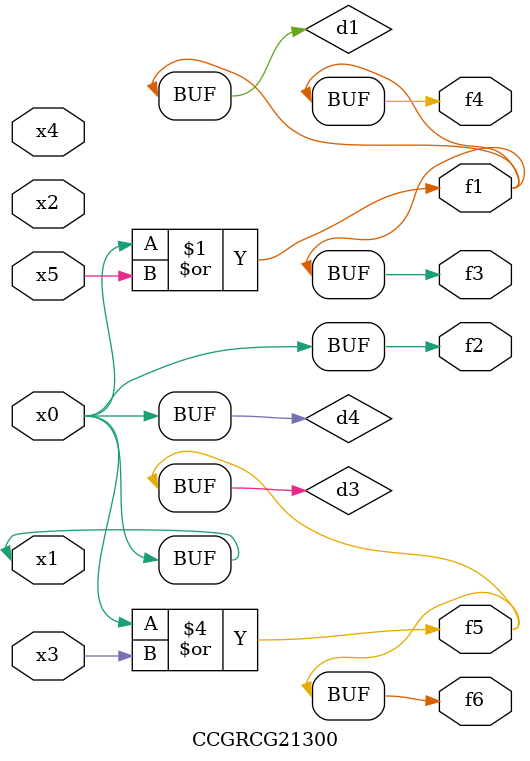
<source format=v>
module CCGRCG21300(
	input x0, x1, x2, x3, x4, x5,
	output f1, f2, f3, f4, f5, f6
);

	wire d1, d2, d3, d4;

	or (d1, x0, x5);
	xnor (d2, x1, x4);
	or (d3, x0, x3);
	buf (d4, x0, x1);
	assign f1 = d1;
	assign f2 = d4;
	assign f3 = d1;
	assign f4 = d1;
	assign f5 = d3;
	assign f6 = d3;
endmodule

</source>
